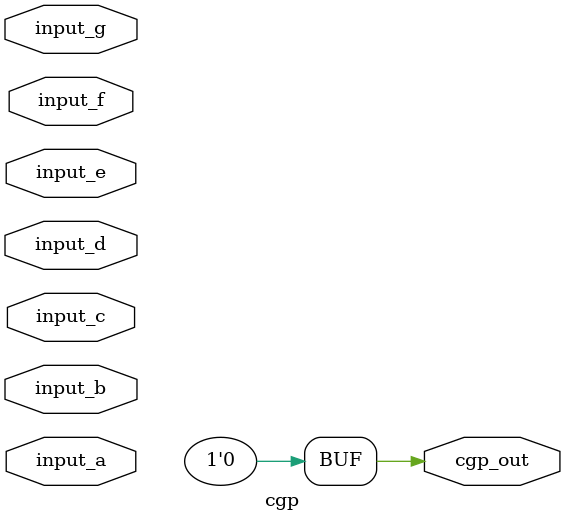
<source format=v>
module cgp(input [1:0] input_a, input [1:0] input_b, input [1:0] input_c, input [1:0] input_d, input [1:0] input_e, input [1:0] input_f, input [1:0] input_g, output [0:0] cgp_out);
  wire cgp_core_016;
  wire cgp_core_017;
  wire cgp_core_018;
  wire cgp_core_022;
  wire cgp_core_023;
  wire cgp_core_024;
  wire cgp_core_027;
  wire cgp_core_028;
  wire cgp_core_030;
  wire cgp_core_031;
  wire cgp_core_032;
  wire cgp_core_033;
  wire cgp_core_035;
  wire cgp_core_036;
  wire cgp_core_037;
  wire cgp_core_038;
  wire cgp_core_039;
  wire cgp_core_041_not;
  wire cgp_core_042;
  wire cgp_core_043;
  wire cgp_core_045;
  wire cgp_core_047;
  wire cgp_core_049;
  wire cgp_core_050_not;
  wire cgp_core_051;
  wire cgp_core_052;
  wire cgp_core_053;
  wire cgp_core_056;
  wire cgp_core_058;
  wire cgp_core_059;
  wire cgp_core_060;
  wire cgp_core_061;
  wire cgp_core_062;
  wire cgp_core_063;
  wire cgp_core_065;
  wire cgp_core_066;
  wire cgp_core_070;
  wire cgp_core_072;
  wire cgp_core_073;
  wire cgp_core_074;
  wire cgp_core_075;
  wire cgp_core_077;

  assign cgp_core_016 = input_c[1] & input_e[0];
  assign cgp_core_017 = input_c[0] & input_f[1];
  assign cgp_core_018 = input_a[0] ^ input_g[0];
  assign cgp_core_022 = input_e[0] | input_c[0];
  assign cgp_core_023 = input_a[0] & input_f[1];
  assign cgp_core_024 = input_c[1] ^ cgp_core_016;
  assign cgp_core_027 = input_g[0] ^ cgp_core_024;
  assign cgp_core_028 = input_g[0] ^ input_e[1];
  assign cgp_core_030 = input_a[0] | input_a[1];
  assign cgp_core_031 = ~(input_b[1] & input_d[0]);
  assign cgp_core_032 = input_a[1] ^ input_d[0];
  assign cgp_core_033 = ~input_a[1];
  assign cgp_core_035 = ~(input_b[1] ^ input_d[1]);
  assign cgp_core_036 = ~(input_d[1] ^ cgp_core_033);
  assign cgp_core_037 = input_d[1] & cgp_core_033;
  assign cgp_core_038 = input_c[0] ^ input_f[0];
  assign cgp_core_039 = ~(input_e[0] & input_g[1]);
  assign cgp_core_041_not = ~input_f[0];
  assign cgp_core_042 = ~(input_f[1] ^ input_d[0]);
  assign cgp_core_043 = input_b[0] ^ input_g[0];
  assign cgp_core_045 = input_f[0] | input_g[1];
  assign cgp_core_047 = cgp_core_032 & input_c[0];
  assign cgp_core_049 = ~(input_a[0] | cgp_core_043);
  assign cgp_core_050_not = ~input_d[1];
  assign cgp_core_051 = ~input_g[1];
  assign cgp_core_052 = input_d[1] | input_g[0];
  assign cgp_core_053 = input_b[0] ^ input_b[1];
  assign cgp_core_056 = cgp_core_053 & input_a[1];
  assign cgp_core_058 = ~input_g[1];
  assign cgp_core_059 = ~(input_d[0] & input_g[1]);
  assign cgp_core_060 = ~(input_e[1] ^ input_b[0]);
  assign cgp_core_061 = ~input_e[0];
  assign cgp_core_062 = ~(input_c[1] & cgp_core_061);
  assign cgp_core_063 = cgp_core_062 & cgp_core_060;
  assign cgp_core_065 = ~(input_c[1] & cgp_core_060);
  assign cgp_core_066 = input_f[1] ^ input_c[1];
  assign cgp_core_070 = input_f[0] & input_d[0];
  assign cgp_core_072 = cgp_core_023 & input_g[1];
  assign cgp_core_073 = input_e[1] ^ cgp_core_070;
  assign cgp_core_074 = ~(cgp_core_023 ^ cgp_core_039);
  assign cgp_core_075 = input_c[0] | cgp_core_070;
  assign cgp_core_077 = cgp_core_059 | cgp_core_075;

  assign cgp_out[0] = 1'b0;
endmodule
</source>
